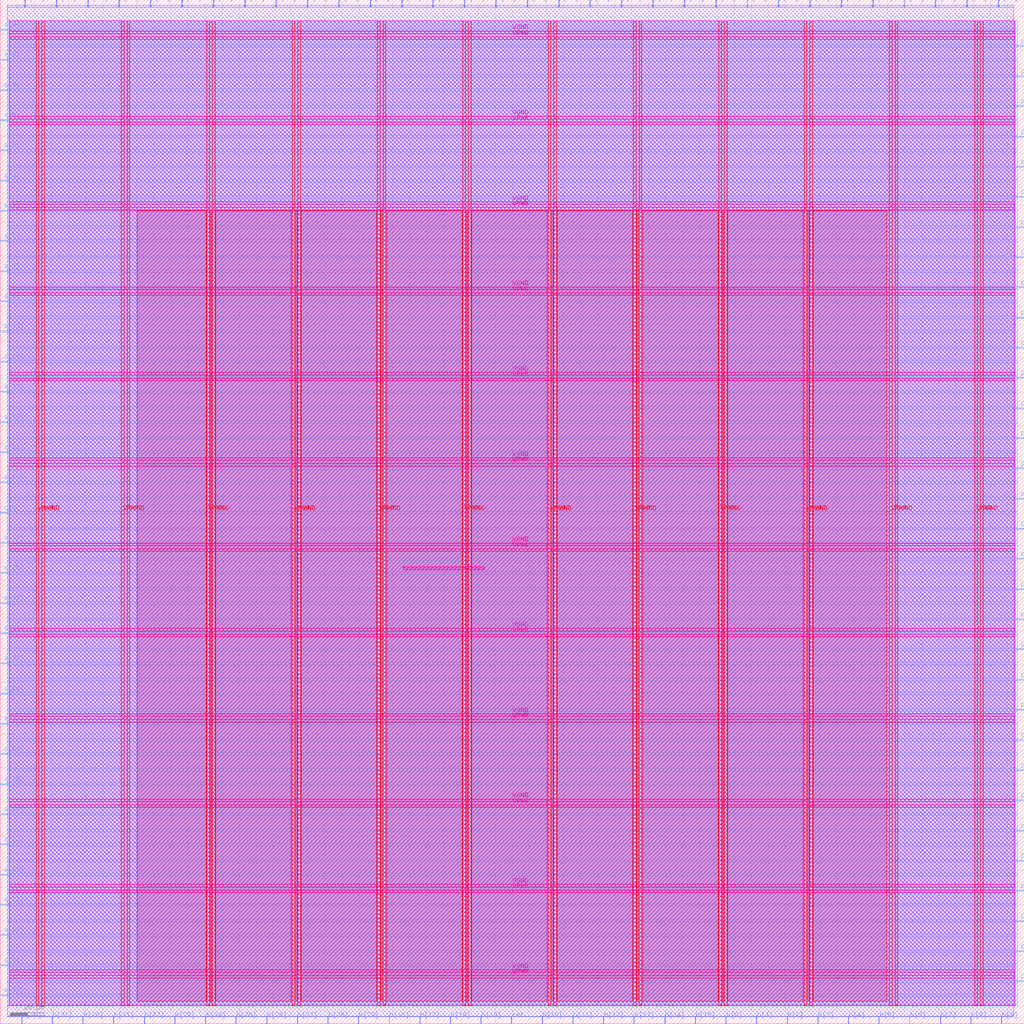
<source format=lef>
VERSION 5.7 ;
  NOWIREEXTENSIONATPIN ON ;
  DIVIDERCHAR "/" ;
  BUSBITCHARS "[]" ;
MACRO pipelined_mult
  CLASS BLOCK ;
  FOREIGN pipelined_mult ;
  ORIGIN 0.000 0.000 ;
  SIZE 600.000 BY 600.000 ;
  PIN VGND
    DIRECTION INOUT ;
    USE GROUND ;
    PORT
      LAYER met4 ;
        RECT 24.340 10.640 25.940 587.760 ;
    END
    PORT
      LAYER met4 ;
        RECT 74.340 10.640 75.940 587.760 ;
    END
    PORT
      LAYER met4 ;
        RECT 124.340 10.640 125.940 587.760 ;
    END
    PORT
      LAYER met4 ;
        RECT 174.340 10.640 175.940 587.760 ;
    END
    PORT
      LAYER met4 ;
        RECT 224.340 10.640 225.940 587.760 ;
    END
    PORT
      LAYER met4 ;
        RECT 274.340 10.640 275.940 587.760 ;
    END
    PORT
      LAYER met4 ;
        RECT 324.340 10.640 325.940 587.760 ;
    END
    PORT
      LAYER met4 ;
        RECT 374.340 10.640 375.940 587.760 ;
    END
    PORT
      LAYER met4 ;
        RECT 424.340 10.640 425.940 587.760 ;
    END
    PORT
      LAYER met4 ;
        RECT 474.340 10.640 475.940 587.760 ;
    END
    PORT
      LAYER met4 ;
        RECT 524.340 10.640 525.940 587.760 ;
    END
    PORT
      LAYER met4 ;
        RECT 574.340 10.640 575.940 587.760 ;
    END
    PORT
      LAYER met5 ;
        RECT 5.280 30.030 594.560 31.630 ;
    END
    PORT
      LAYER met5 ;
        RECT 5.280 80.030 594.560 81.630 ;
    END
    PORT
      LAYER met5 ;
        RECT 5.280 130.030 594.560 131.630 ;
    END
    PORT
      LAYER met5 ;
        RECT 5.280 180.030 594.560 181.630 ;
    END
    PORT
      LAYER met5 ;
        RECT 5.280 230.030 594.560 231.630 ;
    END
    PORT
      LAYER met5 ;
        RECT 5.280 280.030 594.560 281.630 ;
    END
    PORT
      LAYER met5 ;
        RECT 5.280 330.030 594.560 331.630 ;
    END
    PORT
      LAYER met5 ;
        RECT 5.280 380.030 594.560 381.630 ;
    END
    PORT
      LAYER met5 ;
        RECT 5.280 430.030 594.560 431.630 ;
    END
    PORT
      LAYER met5 ;
        RECT 5.280 480.030 594.560 481.630 ;
    END
    PORT
      LAYER met5 ;
        RECT 5.280 530.030 594.560 531.630 ;
    END
    PORT
      LAYER met5 ;
        RECT 5.280 580.030 594.560 581.630 ;
    END
  END VGND
  PIN VPWR
    DIRECTION INOUT ;
    USE POWER ;
    PORT
      LAYER met4 ;
        RECT 21.040 10.640 22.640 587.760 ;
    END
    PORT
      LAYER met4 ;
        RECT 71.040 10.640 72.640 587.760 ;
    END
    PORT
      LAYER met4 ;
        RECT 121.040 10.640 122.640 587.760 ;
    END
    PORT
      LAYER met4 ;
        RECT 171.040 10.640 172.640 587.760 ;
    END
    PORT
      LAYER met4 ;
        RECT 221.040 10.640 222.640 587.760 ;
    END
    PORT
      LAYER met4 ;
        RECT 271.040 10.640 272.640 587.760 ;
    END
    PORT
      LAYER met4 ;
        RECT 321.040 10.640 322.640 587.760 ;
    END
    PORT
      LAYER met4 ;
        RECT 371.040 10.640 372.640 587.760 ;
    END
    PORT
      LAYER met4 ;
        RECT 421.040 10.640 422.640 587.760 ;
    END
    PORT
      LAYER met4 ;
        RECT 471.040 10.640 472.640 587.760 ;
    END
    PORT
      LAYER met4 ;
        RECT 521.040 10.640 522.640 587.760 ;
    END
    PORT
      LAYER met4 ;
        RECT 571.040 10.640 572.640 587.760 ;
    END
    PORT
      LAYER met5 ;
        RECT 5.280 26.730 594.560 28.330 ;
    END
    PORT
      LAYER met5 ;
        RECT 5.280 76.730 594.560 78.330 ;
    END
    PORT
      LAYER met5 ;
        RECT 5.280 126.730 594.560 128.330 ;
    END
    PORT
      LAYER met5 ;
        RECT 5.280 176.730 594.560 178.330 ;
    END
    PORT
      LAYER met5 ;
        RECT 5.280 226.730 594.560 228.330 ;
    END
    PORT
      LAYER met5 ;
        RECT 5.280 276.730 594.560 278.330 ;
    END
    PORT
      LAYER met5 ;
        RECT 5.280 326.730 594.560 328.330 ;
    END
    PORT
      LAYER met5 ;
        RECT 5.280 376.730 594.560 378.330 ;
    END
    PORT
      LAYER met5 ;
        RECT 5.280 426.730 594.560 428.330 ;
    END
    PORT
      LAYER met5 ;
        RECT 5.280 476.730 594.560 478.330 ;
    END
    PORT
      LAYER met5 ;
        RECT 5.280 526.730 594.560 528.330 ;
    END
    PORT
      LAYER met5 ;
        RECT 5.280 576.730 594.560 578.330 ;
    END
  END VPWR
  PIN a[0]
    DIRECTION INPUT ;
    USE SIGNAL ;
    ANTENNAGATEAREA 0.196500 ;
    PORT
      LAYER met3 ;
        RECT 0.000 423.000 4.000 423.600 ;
    END
  END a[0]
  PIN a[10]
    DIRECTION INPUT ;
    USE SIGNAL ;
    ANTENNAGATEAREA 0.213000 ;
    PORT
      LAYER met3 ;
        RECT 0.000 316.920 4.000 317.520 ;
    END
  END a[10]
  PIN a[11]
    DIRECTION INPUT ;
    USE SIGNAL ;
    ANTENNAGATEAREA 0.213000 ;
    PORT
      LAYER met3 ;
        RECT 0.000 334.600 4.000 335.200 ;
    END
  END a[11]
  PIN a[12]
    DIRECTION INPUT ;
    USE SIGNAL ;
    ANTENNAGATEAREA 0.213000 ;
    PORT
      LAYER met3 ;
        RECT 0.000 352.280 4.000 352.880 ;
    END
  END a[12]
  PIN a[13]
    DIRECTION INPUT ;
    USE SIGNAL ;
    ANTENNAGATEAREA 0.213000 ;
    PORT
      LAYER met3 ;
        RECT 0.000 369.960 4.000 370.560 ;
    END
  END a[13]
  PIN a[14]
    DIRECTION INPUT ;
    USE SIGNAL ;
    ANTENNAGATEAREA 0.213000 ;
    PORT
      LAYER met3 ;
        RECT 0.000 387.640 4.000 388.240 ;
    END
  END a[14]
  PIN a[15]
    DIRECTION INPUT ;
    USE SIGNAL ;
    ANTENNAGATEAREA 0.213000 ;
    PORT
      LAYER met3 ;
        RECT 0.000 405.320 4.000 405.920 ;
    END
  END a[15]
  PIN a[16]
    DIRECTION INPUT ;
    USE SIGNAL ;
    ANTENNAGATEAREA 0.196500 ;
    PORT
      LAYER met3 ;
        RECT 0.000 228.520 4.000 229.120 ;
    END
  END a[16]
  PIN a[17]
    DIRECTION INPUT ;
    USE SIGNAL ;
    ANTENNAGATEAREA 0.196500 ;
    PORT
      LAYER met3 ;
        RECT 0.000 246.200 4.000 246.800 ;
    END
  END a[17]
  PIN a[18]
    DIRECTION INPUT ;
    USE SIGNAL ;
    ANTENNAGATEAREA 0.196500 ;
    PORT
      LAYER met3 ;
        RECT 0.000 263.880 4.000 264.480 ;
    END
  END a[18]
  PIN a[19]
    DIRECTION INPUT ;
    USE SIGNAL ;
    ANTENNAGATEAREA 0.196500 ;
    PORT
      LAYER met3 ;
        RECT 0.000 281.560 4.000 282.160 ;
    END
  END a[19]
  PIN a[1]
    DIRECTION INPUT ;
    USE SIGNAL ;
    ANTENNAGATEAREA 0.196500 ;
    PORT
      LAYER met3 ;
        RECT 0.000 440.680 4.000 441.280 ;
    END
  END a[1]
  PIN a[20]
    DIRECTION INPUT ;
    USE SIGNAL ;
    ANTENNAGATEAREA 0.126000 ;
    PORT
      LAYER met3 ;
        RECT 0.000 51.720 4.000 52.320 ;
    END
  END a[20]
  PIN a[21]
    DIRECTION INPUT ;
    USE SIGNAL ;
    ANTENNAGATEAREA 0.196500 ;
    PORT
      LAYER met3 ;
        RECT 0.000 69.400 4.000 70.000 ;
    END
  END a[21]
  PIN a[22]
    DIRECTION INPUT ;
    USE SIGNAL ;
    ANTENNAGATEAREA 0.196500 ;
    PORT
      LAYER met3 ;
        RECT 0.000 87.080 4.000 87.680 ;
    END
  END a[22]
  PIN a[23]
    DIRECTION INPUT ;
    USE SIGNAL ;
    ANTENNAGATEAREA 0.196500 ;
    PORT
      LAYER met3 ;
        RECT 0.000 104.760 4.000 105.360 ;
    END
  END a[23]
  PIN a[24]
    DIRECTION INPUT ;
    USE SIGNAL ;
    ANTENNAGATEAREA 0.196500 ;
    PORT
      LAYER met3 ;
        RECT 0.000 122.440 4.000 123.040 ;
    END
  END a[24]
  PIN a[25]
    DIRECTION INPUT ;
    USE SIGNAL ;
    ANTENNAGATEAREA 0.196500 ;
    PORT
      LAYER met3 ;
        RECT 0.000 140.120 4.000 140.720 ;
    END
  END a[25]
  PIN a[26]
    DIRECTION INPUT ;
    USE SIGNAL ;
    ANTENNAGATEAREA 0.196500 ;
    PORT
      LAYER met3 ;
        RECT 0.000 157.800 4.000 158.400 ;
    END
  END a[26]
  PIN a[27]
    DIRECTION INPUT ;
    USE SIGNAL ;
    ANTENNAGATEAREA 0.196500 ;
    PORT
      LAYER met3 ;
        RECT 0.000 175.480 4.000 176.080 ;
    END
  END a[27]
  PIN a[28]
    DIRECTION INPUT ;
    USE SIGNAL ;
    ANTENNAGATEAREA 0.196500 ;
    PORT
      LAYER met3 ;
        RECT 0.000 193.160 4.000 193.760 ;
    END
  END a[28]
  PIN a[29]
    DIRECTION INPUT ;
    USE SIGNAL ;
    ANTENNAGATEAREA 0.196500 ;
    PORT
      LAYER met3 ;
        RECT 0.000 210.840 4.000 211.440 ;
    END
  END a[29]
  PIN a[2]
    DIRECTION INPUT ;
    USE SIGNAL ;
    ANTENNAGATEAREA 0.159000 ;
    PORT
      LAYER met3 ;
        RECT 0.000 458.360 4.000 458.960 ;
    END
  END a[2]
  PIN a[30]
    DIRECTION INPUT ;
    USE SIGNAL ;
    ANTENNAGATEAREA 0.196500 ;
    PORT
      LAYER met3 ;
        RECT 0.000 16.360 4.000 16.960 ;
    END
  END a[30]
  PIN a[31]
    DIRECTION INPUT ;
    USE SIGNAL ;
    ANTENNAGATEAREA 0.196500 ;
    PORT
      LAYER met3 ;
        RECT 0.000 34.040 4.000 34.640 ;
    END
  END a[31]
  PIN a[3]
    DIRECTION INPUT ;
    USE SIGNAL ;
    ANTENNAGATEAREA 0.196500 ;
    PORT
      LAYER met3 ;
        RECT 0.000 476.040 4.000 476.640 ;
    END
  END a[3]
  PIN a[4]
    DIRECTION INPUT ;
    USE SIGNAL ;
    ANTENNAGATEAREA 0.196500 ;
    PORT
      LAYER met3 ;
        RECT 0.000 493.720 4.000 494.320 ;
    END
  END a[4]
  PIN a[5]
    DIRECTION INPUT ;
    USE SIGNAL ;
    ANTENNAGATEAREA 0.159000 ;
    PORT
      LAYER met3 ;
        RECT 0.000 511.400 4.000 512.000 ;
    END
  END a[5]
  PIN a[6]
    DIRECTION INPUT ;
    USE SIGNAL ;
    ANTENNAGATEAREA 0.159000 ;
    PORT
      LAYER met3 ;
        RECT 0.000 529.080 4.000 529.680 ;
    END
  END a[6]
  PIN a[7]
    DIRECTION INPUT ;
    USE SIGNAL ;
    ANTENNAGATEAREA 0.159000 ;
    PORT
      LAYER met3 ;
        RECT 0.000 546.760 4.000 547.360 ;
    END
  END a[7]
  PIN a[8]
    DIRECTION INPUT ;
    USE SIGNAL ;
    ANTENNAGATEAREA 0.159000 ;
    PORT
      LAYER met3 ;
        RECT 0.000 564.440 4.000 565.040 ;
    END
  END a[8]
  PIN a[9]
    DIRECTION INPUT ;
    USE SIGNAL ;
    ANTENNAGATEAREA 0.213000 ;
    PORT
      LAYER met3 ;
        RECT 0.000 582.120 4.000 582.720 ;
    END
  END a[9]
  PIN b[0]
    DIRECTION INPUT ;
    USE SIGNAL ;
    ANTENNAGATEAREA 0.126000 ;
    PORT
      LAYER met2 ;
        RECT 425.130 0.000 425.410 4.000 ;
    END
  END b[0]
  PIN b[10]
    DIRECTION INPUT ;
    USE SIGNAL ;
    ANTENNAGATEAREA 0.196500 ;
    PORT
      LAYER met2 ;
        RECT 317.490 0.000 317.770 4.000 ;
    END
  END b[10]
  PIN b[11]
    DIRECTION INPUT ;
    USE SIGNAL ;
    ANTENNAGATEAREA 0.196500 ;
    PORT
      LAYER met2 ;
        RECT 335.430 0.000 335.710 4.000 ;
    END
  END b[11]
  PIN b[12]
    DIRECTION INPUT ;
    USE SIGNAL ;
    ANTENNAGATEAREA 0.196500 ;
    PORT
      LAYER met2 ;
        RECT 353.370 0.000 353.650 4.000 ;
    END
  END b[12]
  PIN b[13]
    DIRECTION INPUT ;
    USE SIGNAL ;
    ANTENNAGATEAREA 0.196500 ;
    PORT
      LAYER met2 ;
        RECT 371.310 0.000 371.590 4.000 ;
    END
  END b[13]
  PIN b[14]
    DIRECTION INPUT ;
    USE SIGNAL ;
    ANTENNAGATEAREA 0.196500 ;
    PORT
      LAYER met2 ;
        RECT 389.250 0.000 389.530 4.000 ;
    END
  END b[14]
  PIN b[15]
    DIRECTION INPUT ;
    USE SIGNAL ;
    ANTENNAGATEAREA 0.196500 ;
    PORT
      LAYER met2 ;
        RECT 407.190 0.000 407.470 4.000 ;
    END
  END b[15]
  PIN b[16]
    DIRECTION INPUT ;
    USE SIGNAL ;
    ANTENNAGATEAREA 0.196500 ;
    PORT
      LAYER met2 ;
        RECT 227.790 0.000 228.070 4.000 ;
    END
  END b[16]
  PIN b[17]
    DIRECTION INPUT ;
    USE SIGNAL ;
    ANTENNAGATEAREA 0.196500 ;
    PORT
      LAYER met2 ;
        RECT 245.730 0.000 246.010 4.000 ;
    END
  END b[17]
  PIN b[18]
    DIRECTION INPUT ;
    USE SIGNAL ;
    ANTENNAGATEAREA 0.213000 ;
    PORT
      LAYER met2 ;
        RECT 263.670 0.000 263.950 4.000 ;
    END
  END b[18]
  PIN b[19]
    DIRECTION INPUT ;
    USE SIGNAL ;
    ANTENNAGATEAREA 0.213000 ;
    PORT
      LAYER met2 ;
        RECT 281.610 0.000 281.890 4.000 ;
    END
  END b[19]
  PIN b[1]
    DIRECTION INPUT ;
    USE SIGNAL ;
    ANTENNAGATEAREA 0.196500 ;
    PORT
      LAYER met2 ;
        RECT 443.070 0.000 443.350 4.000 ;
    END
  END b[1]
  PIN b[20]
    DIRECTION INPUT ;
    USE SIGNAL ;
    ANTENNAGATEAREA 0.159000 ;
    PORT
      LAYER met2 ;
        RECT 48.390 0.000 48.670 4.000 ;
    END
  END b[20]
  PIN b[21]
    DIRECTION INPUT ;
    USE SIGNAL ;
    ANTENNAGATEAREA 0.213000 ;
    PORT
      LAYER met2 ;
        RECT 66.330 0.000 66.610 4.000 ;
    END
  END b[21]
  PIN b[22]
    DIRECTION INPUT ;
    USE SIGNAL ;
    ANTENNAGATEAREA 0.213000 ;
    PORT
      LAYER met2 ;
        RECT 84.270 0.000 84.550 4.000 ;
    END
  END b[22]
  PIN b[23]
    DIRECTION INPUT ;
    USE SIGNAL ;
    ANTENNAGATEAREA 0.213000 ;
    PORT
      LAYER met2 ;
        RECT 102.210 0.000 102.490 4.000 ;
    END
  END b[23]
  PIN b[24]
    DIRECTION INPUT ;
    USE SIGNAL ;
    ANTENNAGATEAREA 0.213000 ;
    PORT
      LAYER met2 ;
        RECT 120.150 0.000 120.430 4.000 ;
    END
  END b[24]
  PIN b[25]
    DIRECTION INPUT ;
    USE SIGNAL ;
    ANTENNAGATEAREA 0.213000 ;
    PORT
      LAYER met2 ;
        RECT 138.090 0.000 138.370 4.000 ;
    END
  END b[25]
  PIN b[26]
    DIRECTION INPUT ;
    USE SIGNAL ;
    ANTENNAGATEAREA 0.213000 ;
    PORT
      LAYER met2 ;
        RECT 156.030 0.000 156.310 4.000 ;
    END
  END b[26]
  PIN b[27]
    DIRECTION INPUT ;
    USE SIGNAL ;
    ANTENNAGATEAREA 0.213000 ;
    PORT
      LAYER met2 ;
        RECT 173.970 0.000 174.250 4.000 ;
    END
  END b[27]
  PIN b[28]
    DIRECTION INPUT ;
    USE SIGNAL ;
    ANTENNAGATEAREA 0.213000 ;
    PORT
      LAYER met2 ;
        RECT 191.910 0.000 192.190 4.000 ;
    END
  END b[28]
  PIN b[29]
    DIRECTION INPUT ;
    USE SIGNAL ;
    ANTENNAGATEAREA 0.213000 ;
    PORT
      LAYER met2 ;
        RECT 209.850 0.000 210.130 4.000 ;
    END
  END b[29]
  PIN b[2]
    DIRECTION INPUT ;
    USE SIGNAL ;
    ANTENNAGATEAREA 0.196500 ;
    PORT
      LAYER met2 ;
        RECT 461.010 0.000 461.290 4.000 ;
    END
  END b[2]
  PIN b[30]
    DIRECTION INPUT ;
    USE SIGNAL ;
    ANTENNAGATEAREA 0.213000 ;
    PORT
      LAYER met2 ;
        RECT 12.510 0.000 12.790 4.000 ;
    END
  END b[30]
  PIN b[31]
    DIRECTION INPUT ;
    USE SIGNAL ;
    ANTENNAGATEAREA 0.126000 ;
    PORT
      LAYER met2 ;
        RECT 30.450 0.000 30.730 4.000 ;
    END
  END b[31]
  PIN b[3]
    DIRECTION INPUT ;
    USE SIGNAL ;
    ANTENNAGATEAREA 0.196500 ;
    PORT
      LAYER met2 ;
        RECT 478.950 0.000 479.230 4.000 ;
    END
  END b[3]
  PIN b[4]
    DIRECTION INPUT ;
    USE SIGNAL ;
    ANTENNAGATEAREA 0.196500 ;
    PORT
      LAYER met2 ;
        RECT 496.890 0.000 497.170 4.000 ;
    END
  END b[4]
  PIN b[5]
    DIRECTION INPUT ;
    USE SIGNAL ;
    ANTENNAGATEAREA 0.196500 ;
    PORT
      LAYER met2 ;
        RECT 514.830 0.000 515.110 4.000 ;
    END
  END b[5]
  PIN b[6]
    DIRECTION INPUT ;
    USE SIGNAL ;
    ANTENNAGATEAREA 0.196500 ;
    PORT
      LAYER met2 ;
        RECT 532.770 0.000 533.050 4.000 ;
    END
  END b[6]
  PIN b[7]
    DIRECTION INPUT ;
    USE SIGNAL ;
    ANTENNAGATEAREA 0.196500 ;
    PORT
      LAYER met2 ;
        RECT 550.710 0.000 550.990 4.000 ;
    END
  END b[7]
  PIN b[8]
    DIRECTION INPUT ;
    USE SIGNAL ;
    ANTENNAGATEAREA 0.196500 ;
    PORT
      LAYER met2 ;
        RECT 568.650 0.000 568.930 4.000 ;
    END
  END b[8]
  PIN b[9]
    DIRECTION INPUT ;
    USE SIGNAL ;
    ANTENNAGATEAREA 0.126000 ;
    PORT
      LAYER met2 ;
        RECT 586.590 0.000 586.870 4.000 ;
    END
  END b[9]
  PIN clk
    DIRECTION INPUT ;
    USE SIGNAL ;
    ANTENNAGATEAREA 1.286700 ;
    ANTENNADIFFAREA 0.434700 ;
    PORT
      LAYER met3 ;
        RECT 0.000 299.240 4.000 299.840 ;
    END
  END clk
  PIN p[0]
    DIRECTION OUTPUT ;
    USE SIGNAL ;
    ANTENNADIFFAREA 0.445500 ;
    PORT
      LAYER met3 ;
        RECT 596.000 413.480 600.000 414.080 ;
    END
  END p[0]
  PIN p[10]
    DIRECTION OUTPUT ;
    USE SIGNAL ;
    ANTENNADIFFAREA 0.445500 ;
    PORT
      LAYER met3 ;
        RECT 596.000 236.680 600.000 237.280 ;
    END
  END p[10]
  PIN p[11]
    DIRECTION OUTPUT ;
    USE SIGNAL ;
    ANTENNADIFFAREA 0.445500 ;
    PORT
      LAYER met3 ;
        RECT 596.000 254.360 600.000 254.960 ;
    END
  END p[11]
  PIN p[12]
    DIRECTION OUTPUT ;
    USE SIGNAL ;
    ANTENNADIFFAREA 0.445500 ;
    PORT
      LAYER met3 ;
        RECT 596.000 272.040 600.000 272.640 ;
    END
  END p[12]
  PIN p[13]
    DIRECTION OUTPUT ;
    USE SIGNAL ;
    ANTENNADIFFAREA 0.445500 ;
    PORT
      LAYER met3 ;
        RECT 596.000 289.720 600.000 290.320 ;
    END
  END p[13]
  PIN p[14]
    DIRECTION OUTPUT ;
    USE SIGNAL ;
    ANTENNADIFFAREA 0.445500 ;
    PORT
      LAYER met3 ;
        RECT 596.000 307.400 600.000 308.000 ;
    END
  END p[14]
  PIN p[15]
    DIRECTION OUTPUT ;
    USE SIGNAL ;
    ANTENNADIFFAREA 0.445500 ;
    PORT
      LAYER met3 ;
        RECT 596.000 325.080 600.000 325.680 ;
    END
  END p[15]
  PIN p[16]
    DIRECTION OUTPUT ;
    USE SIGNAL ;
    ANTENNADIFFAREA 0.445500 ;
    PORT
      LAYER met3 ;
        RECT 596.000 342.760 600.000 343.360 ;
    END
  END p[16]
  PIN p[17]
    DIRECTION OUTPUT ;
    USE SIGNAL ;
    ANTENNADIFFAREA 0.445500 ;
    PORT
      LAYER met3 ;
        RECT 596.000 360.440 600.000 361.040 ;
    END
  END p[17]
  PIN p[18]
    DIRECTION OUTPUT ;
    USE SIGNAL ;
    ANTENNADIFFAREA 0.445500 ;
    PORT
      LAYER met3 ;
        RECT 596.000 378.120 600.000 378.720 ;
    END
  END p[18]
  PIN p[19]
    DIRECTION OUTPUT ;
    USE SIGNAL ;
    ANTENNADIFFAREA 0.445500 ;
    PORT
      LAYER met3 ;
        RECT 596.000 395.800 600.000 396.400 ;
    END
  END p[19]
  PIN p[1]
    DIRECTION OUTPUT ;
    USE SIGNAL ;
    ANTENNADIFFAREA 0.445500 ;
    PORT
      LAYER met3 ;
        RECT 596.000 431.160 600.000 431.760 ;
    END
  END p[1]
  PIN p[20]
    DIRECTION OUTPUT ;
    USE SIGNAL ;
    ANTENNADIFFAREA 0.445500 ;
    PORT
      LAYER met3 ;
        RECT 596.000 59.880 600.000 60.480 ;
    END
  END p[20]
  PIN p[21]
    DIRECTION OUTPUT ;
    USE SIGNAL ;
    ANTENNADIFFAREA 0.445500 ;
    PORT
      LAYER met3 ;
        RECT 596.000 77.560 600.000 78.160 ;
    END
  END p[21]
  PIN p[22]
    DIRECTION OUTPUT ;
    USE SIGNAL ;
    ANTENNADIFFAREA 0.445500 ;
    PORT
      LAYER met3 ;
        RECT 596.000 95.240 600.000 95.840 ;
    END
  END p[22]
  PIN p[23]
    DIRECTION OUTPUT ;
    USE SIGNAL ;
    ANTENNADIFFAREA 0.445500 ;
    PORT
      LAYER met3 ;
        RECT 596.000 112.920 600.000 113.520 ;
    END
  END p[23]
  PIN p[24]
    DIRECTION OUTPUT ;
    USE SIGNAL ;
    ANTENNADIFFAREA 0.445500 ;
    PORT
      LAYER met3 ;
        RECT 596.000 130.600 600.000 131.200 ;
    END
  END p[24]
  PIN p[25]
    DIRECTION OUTPUT ;
    USE SIGNAL ;
    ANTENNADIFFAREA 0.445500 ;
    PORT
      LAYER met3 ;
        RECT 596.000 148.280 600.000 148.880 ;
    END
  END p[25]
  PIN p[26]
    DIRECTION OUTPUT ;
    USE SIGNAL ;
    ANTENNADIFFAREA 0.445500 ;
    PORT
      LAYER met3 ;
        RECT 596.000 165.960 600.000 166.560 ;
    END
  END p[26]
  PIN p[27]
    DIRECTION OUTPUT ;
    USE SIGNAL ;
    ANTENNADIFFAREA 0.445500 ;
    PORT
      LAYER met3 ;
        RECT 596.000 183.640 600.000 184.240 ;
    END
  END p[27]
  PIN p[28]
    DIRECTION OUTPUT ;
    USE SIGNAL ;
    ANTENNADIFFAREA 0.445500 ;
    PORT
      LAYER met3 ;
        RECT 596.000 201.320 600.000 201.920 ;
    END
  END p[28]
  PIN p[29]
    DIRECTION OUTPUT ;
    USE SIGNAL ;
    ANTENNADIFFAREA 0.445500 ;
    PORT
      LAYER met3 ;
        RECT 596.000 219.000 600.000 219.600 ;
    END
  END p[29]
  PIN p[2]
    DIRECTION OUTPUT ;
    USE SIGNAL ;
    ANTENNADIFFAREA 0.445500 ;
    PORT
      LAYER met3 ;
        RECT 596.000 448.840 600.000 449.440 ;
    END
  END p[2]
  PIN p[30]
    DIRECTION OUTPUT ;
    USE SIGNAL ;
    ANTENNADIFFAREA 0.445500 ;
    PORT
      LAYER met3 ;
        RECT 596.000 24.520 600.000 25.120 ;
    END
  END p[30]
  PIN p[31]
    DIRECTION OUTPUT ;
    USE SIGNAL ;
    ANTENNADIFFAREA 0.445500 ;
    PORT
      LAYER met3 ;
        RECT 596.000 42.200 600.000 42.800 ;
    END
  END p[31]
  PIN p[32]
    DIRECTION OUTPUT ;
    USE SIGNAL ;
    ANTENNADIFFAREA 0.445500 ;
    PORT
      LAYER met2 ;
        RECT 455.950 596.000 456.230 600.000 ;
    END
  END p[32]
  PIN p[33]
    DIRECTION OUTPUT ;
    USE SIGNAL ;
    ANTENNADIFFAREA 0.445500 ;
    PORT
      LAYER met2 ;
        RECT 474.350 596.000 474.630 600.000 ;
    END
  END p[33]
  PIN p[34]
    DIRECTION OUTPUT ;
    USE SIGNAL ;
    ANTENNADIFFAREA 0.445500 ;
    PORT
      LAYER met2 ;
        RECT 492.750 596.000 493.030 600.000 ;
    END
  END p[34]
  PIN p[35]
    DIRECTION OUTPUT ;
    USE SIGNAL ;
    ANTENNADIFFAREA 0.445500 ;
    PORT
      LAYER met2 ;
        RECT 511.150 596.000 511.430 600.000 ;
    END
  END p[35]
  PIN p[36]
    DIRECTION OUTPUT ;
    USE SIGNAL ;
    ANTENNADIFFAREA 0.445500 ;
    PORT
      LAYER met2 ;
        RECT 529.550 596.000 529.830 600.000 ;
    END
  END p[36]
  PIN p[37]
    DIRECTION OUTPUT ;
    USE SIGNAL ;
    ANTENNADIFFAREA 0.445500 ;
    PORT
      LAYER met2 ;
        RECT 547.950 596.000 548.230 600.000 ;
    END
  END p[37]
  PIN p[38]
    DIRECTION OUTPUT ;
    USE SIGNAL ;
    ANTENNADIFFAREA 0.445500 ;
    PORT
      LAYER met2 ;
        RECT 566.350 596.000 566.630 600.000 ;
    END
  END p[38]
  PIN p[39]
    DIRECTION OUTPUT ;
    USE SIGNAL ;
    ANTENNADIFFAREA 0.445500 ;
    PORT
      LAYER met2 ;
        RECT 584.750 596.000 585.030 600.000 ;
    END
  END p[39]
  PIN p[3]
    DIRECTION OUTPUT ;
    USE SIGNAL ;
    ANTENNADIFFAREA 0.445500 ;
    PORT
      LAYER met3 ;
        RECT 596.000 466.520 600.000 467.120 ;
    END
  END p[3]
  PIN p[40]
    DIRECTION OUTPUT ;
    USE SIGNAL ;
    ANTENNADIFFAREA 0.445500 ;
    PORT
      LAYER met2 ;
        RECT 271.950 596.000 272.230 600.000 ;
    END
  END p[40]
  PIN p[41]
    DIRECTION OUTPUT ;
    USE SIGNAL ;
    ANTENNADIFFAREA 0.445500 ;
    PORT
      LAYER met2 ;
        RECT 290.350 596.000 290.630 600.000 ;
    END
  END p[41]
  PIN p[42]
    DIRECTION OUTPUT ;
    USE SIGNAL ;
    ANTENNADIFFAREA 0.445500 ;
    PORT
      LAYER met2 ;
        RECT 308.750 596.000 309.030 600.000 ;
    END
  END p[42]
  PIN p[43]
    DIRECTION OUTPUT ;
    USE SIGNAL ;
    ANTENNADIFFAREA 0.445500 ;
    PORT
      LAYER met2 ;
        RECT 327.150 596.000 327.430 600.000 ;
    END
  END p[43]
  PIN p[44]
    DIRECTION OUTPUT ;
    USE SIGNAL ;
    ANTENNADIFFAREA 0.445500 ;
    PORT
      LAYER met2 ;
        RECT 345.550 596.000 345.830 600.000 ;
    END
  END p[44]
  PIN p[45]
    DIRECTION OUTPUT ;
    USE SIGNAL ;
    ANTENNADIFFAREA 0.445500 ;
    PORT
      LAYER met2 ;
        RECT 363.950 596.000 364.230 600.000 ;
    END
  END p[45]
  PIN p[46]
    DIRECTION OUTPUT ;
    USE SIGNAL ;
    ANTENNADIFFAREA 0.445500 ;
    PORT
      LAYER met2 ;
        RECT 382.350 596.000 382.630 600.000 ;
    END
  END p[46]
  PIN p[47]
    DIRECTION OUTPUT ;
    USE SIGNAL ;
    ANTENNADIFFAREA 0.445500 ;
    PORT
      LAYER met2 ;
        RECT 400.750 596.000 401.030 600.000 ;
    END
  END p[47]
  PIN p[48]
    DIRECTION OUTPUT ;
    USE SIGNAL ;
    ANTENNADIFFAREA 0.445500 ;
    PORT
      LAYER met2 ;
        RECT 419.150 596.000 419.430 600.000 ;
    END
  END p[48]
  PIN p[49]
    DIRECTION OUTPUT ;
    USE SIGNAL ;
    ANTENNADIFFAREA 0.445500 ;
    PORT
      LAYER met2 ;
        RECT 437.550 596.000 437.830 600.000 ;
    END
  END p[49]
  PIN p[4]
    DIRECTION OUTPUT ;
    USE SIGNAL ;
    ANTENNADIFFAREA 0.445500 ;
    PORT
      LAYER met3 ;
        RECT 596.000 484.200 600.000 484.800 ;
    END
  END p[4]
  PIN p[50]
    DIRECTION OUTPUT ;
    USE SIGNAL ;
    ANTENNADIFFAREA 0.445500 ;
    PORT
      LAYER met2 ;
        RECT 87.950 596.000 88.230 600.000 ;
    END
  END p[50]
  PIN p[51]
    DIRECTION OUTPUT ;
    USE SIGNAL ;
    ANTENNADIFFAREA 0.445500 ;
    PORT
      LAYER met2 ;
        RECT 106.350 596.000 106.630 600.000 ;
    END
  END p[51]
  PIN p[52]
    DIRECTION OUTPUT ;
    USE SIGNAL ;
    ANTENNADIFFAREA 0.445500 ;
    PORT
      LAYER met2 ;
        RECT 124.750 596.000 125.030 600.000 ;
    END
  END p[52]
  PIN p[53]
    DIRECTION OUTPUT ;
    USE SIGNAL ;
    ANTENNADIFFAREA 0.445500 ;
    PORT
      LAYER met2 ;
        RECT 143.150 596.000 143.430 600.000 ;
    END
  END p[53]
  PIN p[54]
    DIRECTION OUTPUT ;
    USE SIGNAL ;
    ANTENNADIFFAREA 0.445500 ;
    PORT
      LAYER met2 ;
        RECT 161.550 596.000 161.830 600.000 ;
    END
  END p[54]
  PIN p[55]
    DIRECTION OUTPUT ;
    USE SIGNAL ;
    ANTENNADIFFAREA 0.445500 ;
    PORT
      LAYER met2 ;
        RECT 179.950 596.000 180.230 600.000 ;
    END
  END p[55]
  PIN p[56]
    DIRECTION OUTPUT ;
    USE SIGNAL ;
    ANTENNADIFFAREA 0.445500 ;
    PORT
      LAYER met2 ;
        RECT 198.350 596.000 198.630 600.000 ;
    END
  END p[56]
  PIN p[57]
    DIRECTION OUTPUT ;
    USE SIGNAL ;
    ANTENNADIFFAREA 0.445500 ;
    PORT
      LAYER met2 ;
        RECT 216.750 596.000 217.030 600.000 ;
    END
  END p[57]
  PIN p[58]
    DIRECTION OUTPUT ;
    USE SIGNAL ;
    ANTENNADIFFAREA 0.445500 ;
    PORT
      LAYER met2 ;
        RECT 235.150 596.000 235.430 600.000 ;
    END
  END p[58]
  PIN p[59]
    DIRECTION OUTPUT ;
    USE SIGNAL ;
    ANTENNADIFFAREA 0.445500 ;
    PORT
      LAYER met2 ;
        RECT 253.550 596.000 253.830 600.000 ;
    END
  END p[59]
  PIN p[5]
    DIRECTION OUTPUT ;
    USE SIGNAL ;
    ANTENNADIFFAREA 0.445500 ;
    PORT
      LAYER met3 ;
        RECT 596.000 501.880 600.000 502.480 ;
    END
  END p[5]
  PIN p[60]
    DIRECTION OUTPUT ;
    USE SIGNAL ;
    ANTENNADIFFAREA 0.445500 ;
    PORT
      LAYER met2 ;
        RECT 14.350 596.000 14.630 600.000 ;
    END
  END p[60]
  PIN p[61]
    DIRECTION OUTPUT ;
    USE SIGNAL ;
    ANTENNADIFFAREA 0.445500 ;
    PORT
      LAYER met2 ;
        RECT 32.750 596.000 33.030 600.000 ;
    END
  END p[61]
  PIN p[62]
    DIRECTION OUTPUT ;
    USE SIGNAL ;
    ANTENNADIFFAREA 0.445500 ;
    PORT
      LAYER met2 ;
        RECT 51.150 596.000 51.430 600.000 ;
    END
  END p[62]
  PIN p[63]
    DIRECTION OUTPUT ;
    USE SIGNAL ;
    ANTENNADIFFAREA 0.445500 ;
    PORT
      LAYER met2 ;
        RECT 69.550 596.000 69.830 600.000 ;
    END
  END p[63]
  PIN p[6]
    DIRECTION OUTPUT ;
    USE SIGNAL ;
    ANTENNADIFFAREA 0.445500 ;
    PORT
      LAYER met3 ;
        RECT 596.000 519.560 600.000 520.160 ;
    END
  END p[6]
  PIN p[7]
    DIRECTION OUTPUT ;
    USE SIGNAL ;
    ANTENNADIFFAREA 0.445500 ;
    PORT
      LAYER met3 ;
        RECT 596.000 537.240 600.000 537.840 ;
    END
  END p[7]
  PIN p[8]
    DIRECTION OUTPUT ;
    USE SIGNAL ;
    ANTENNADIFFAREA 0.445500 ;
    PORT
      LAYER met3 ;
        RECT 596.000 554.920 600.000 555.520 ;
    END
  END p[8]
  PIN p[9]
    DIRECTION OUTPUT ;
    USE SIGNAL ;
    ANTENNADIFFAREA 0.445500 ;
    PORT
      LAYER met3 ;
        RECT 596.000 572.600 600.000 573.200 ;
    END
  END p[9]
  PIN rst
    DIRECTION INPUT ;
    USE SIGNAL ;
    ANTENNAGATEAREA 0.990000 ;
    PORT
      LAYER met2 ;
        RECT 299.550 0.000 299.830 4.000 ;
    END
  END rst
  OBS
      LAYER nwell ;
        RECT 5.330 10.795 594.510 587.605 ;
      LAYER li1 ;
        RECT 5.520 10.795 594.320 587.605 ;
      LAYER met1 ;
        RECT 4.210 10.640 594.620 587.760 ;
      LAYER met2 ;
        RECT 4.230 595.720 14.070 596.770 ;
        RECT 14.910 595.720 32.470 596.770 ;
        RECT 33.310 595.720 50.870 596.770 ;
        RECT 51.710 595.720 69.270 596.770 ;
        RECT 70.110 595.720 87.670 596.770 ;
        RECT 88.510 595.720 106.070 596.770 ;
        RECT 106.910 595.720 124.470 596.770 ;
        RECT 125.310 595.720 142.870 596.770 ;
        RECT 143.710 595.720 161.270 596.770 ;
        RECT 162.110 595.720 179.670 596.770 ;
        RECT 180.510 595.720 198.070 596.770 ;
        RECT 198.910 595.720 216.470 596.770 ;
        RECT 217.310 595.720 234.870 596.770 ;
        RECT 235.710 595.720 253.270 596.770 ;
        RECT 254.110 595.720 271.670 596.770 ;
        RECT 272.510 595.720 290.070 596.770 ;
        RECT 290.910 595.720 308.470 596.770 ;
        RECT 309.310 595.720 326.870 596.770 ;
        RECT 327.710 595.720 345.270 596.770 ;
        RECT 346.110 595.720 363.670 596.770 ;
        RECT 364.510 595.720 382.070 596.770 ;
        RECT 382.910 595.720 400.470 596.770 ;
        RECT 401.310 595.720 418.870 596.770 ;
        RECT 419.710 595.720 437.270 596.770 ;
        RECT 438.110 595.720 455.670 596.770 ;
        RECT 456.510 595.720 474.070 596.770 ;
        RECT 474.910 595.720 492.470 596.770 ;
        RECT 493.310 595.720 510.870 596.770 ;
        RECT 511.710 595.720 529.270 596.770 ;
        RECT 530.110 595.720 547.670 596.770 ;
        RECT 548.510 595.720 566.070 596.770 ;
        RECT 566.910 595.720 584.470 596.770 ;
        RECT 585.310 595.720 593.760 596.770 ;
        RECT 4.230 4.280 593.760 595.720 ;
        RECT 4.230 4.000 12.230 4.280 ;
        RECT 13.070 4.000 30.170 4.280 ;
        RECT 31.010 4.000 48.110 4.280 ;
        RECT 48.950 4.000 66.050 4.280 ;
        RECT 66.890 4.000 83.990 4.280 ;
        RECT 84.830 4.000 101.930 4.280 ;
        RECT 102.770 4.000 119.870 4.280 ;
        RECT 120.710 4.000 137.810 4.280 ;
        RECT 138.650 4.000 155.750 4.280 ;
        RECT 156.590 4.000 173.690 4.280 ;
        RECT 174.530 4.000 191.630 4.280 ;
        RECT 192.470 4.000 209.570 4.280 ;
        RECT 210.410 4.000 227.510 4.280 ;
        RECT 228.350 4.000 245.450 4.280 ;
        RECT 246.290 4.000 263.390 4.280 ;
        RECT 264.230 4.000 281.330 4.280 ;
        RECT 282.170 4.000 299.270 4.280 ;
        RECT 300.110 4.000 317.210 4.280 ;
        RECT 318.050 4.000 335.150 4.280 ;
        RECT 335.990 4.000 353.090 4.280 ;
        RECT 353.930 4.000 371.030 4.280 ;
        RECT 371.870 4.000 388.970 4.280 ;
        RECT 389.810 4.000 406.910 4.280 ;
        RECT 407.750 4.000 424.850 4.280 ;
        RECT 425.690 4.000 442.790 4.280 ;
        RECT 443.630 4.000 460.730 4.280 ;
        RECT 461.570 4.000 478.670 4.280 ;
        RECT 479.510 4.000 496.610 4.280 ;
        RECT 497.450 4.000 514.550 4.280 ;
        RECT 515.390 4.000 532.490 4.280 ;
        RECT 533.330 4.000 550.430 4.280 ;
        RECT 551.270 4.000 568.370 4.280 ;
        RECT 569.210 4.000 586.310 4.280 ;
        RECT 587.150 4.000 593.760 4.280 ;
      LAYER met3 ;
        RECT 3.990 583.120 596.000 587.685 ;
        RECT 4.400 581.720 596.000 583.120 ;
        RECT 3.990 573.600 596.000 581.720 ;
        RECT 3.990 572.200 595.600 573.600 ;
        RECT 3.990 565.440 596.000 572.200 ;
        RECT 4.400 564.040 596.000 565.440 ;
        RECT 3.990 555.920 596.000 564.040 ;
        RECT 3.990 554.520 595.600 555.920 ;
        RECT 3.990 547.760 596.000 554.520 ;
        RECT 4.400 546.360 596.000 547.760 ;
        RECT 3.990 538.240 596.000 546.360 ;
        RECT 3.990 536.840 595.600 538.240 ;
        RECT 3.990 530.080 596.000 536.840 ;
        RECT 4.400 528.680 596.000 530.080 ;
        RECT 3.990 520.560 596.000 528.680 ;
        RECT 3.990 519.160 595.600 520.560 ;
        RECT 3.990 512.400 596.000 519.160 ;
        RECT 4.400 511.000 596.000 512.400 ;
        RECT 3.990 502.880 596.000 511.000 ;
        RECT 3.990 501.480 595.600 502.880 ;
        RECT 3.990 494.720 596.000 501.480 ;
        RECT 4.400 493.320 596.000 494.720 ;
        RECT 3.990 485.200 596.000 493.320 ;
        RECT 3.990 483.800 595.600 485.200 ;
        RECT 3.990 477.040 596.000 483.800 ;
        RECT 4.400 475.640 596.000 477.040 ;
        RECT 3.990 467.520 596.000 475.640 ;
        RECT 3.990 466.120 595.600 467.520 ;
        RECT 3.990 459.360 596.000 466.120 ;
        RECT 4.400 457.960 596.000 459.360 ;
        RECT 3.990 449.840 596.000 457.960 ;
        RECT 3.990 448.440 595.600 449.840 ;
        RECT 3.990 441.680 596.000 448.440 ;
        RECT 4.400 440.280 596.000 441.680 ;
        RECT 3.990 432.160 596.000 440.280 ;
        RECT 3.990 430.760 595.600 432.160 ;
        RECT 3.990 424.000 596.000 430.760 ;
        RECT 4.400 422.600 596.000 424.000 ;
        RECT 3.990 414.480 596.000 422.600 ;
        RECT 3.990 413.080 595.600 414.480 ;
        RECT 3.990 406.320 596.000 413.080 ;
        RECT 4.400 404.920 596.000 406.320 ;
        RECT 3.990 396.800 596.000 404.920 ;
        RECT 3.990 395.400 595.600 396.800 ;
        RECT 3.990 388.640 596.000 395.400 ;
        RECT 4.400 387.240 596.000 388.640 ;
        RECT 3.990 379.120 596.000 387.240 ;
        RECT 3.990 377.720 595.600 379.120 ;
        RECT 3.990 370.960 596.000 377.720 ;
        RECT 4.400 369.560 596.000 370.960 ;
        RECT 3.990 361.440 596.000 369.560 ;
        RECT 3.990 360.040 595.600 361.440 ;
        RECT 3.990 353.280 596.000 360.040 ;
        RECT 4.400 351.880 596.000 353.280 ;
        RECT 3.990 343.760 596.000 351.880 ;
        RECT 3.990 342.360 595.600 343.760 ;
        RECT 3.990 335.600 596.000 342.360 ;
        RECT 4.400 334.200 596.000 335.600 ;
        RECT 3.990 326.080 596.000 334.200 ;
        RECT 3.990 324.680 595.600 326.080 ;
        RECT 3.990 317.920 596.000 324.680 ;
        RECT 4.400 316.520 596.000 317.920 ;
        RECT 3.990 308.400 596.000 316.520 ;
        RECT 3.990 307.000 595.600 308.400 ;
        RECT 3.990 300.240 596.000 307.000 ;
        RECT 4.400 298.840 596.000 300.240 ;
        RECT 3.990 290.720 596.000 298.840 ;
        RECT 3.990 289.320 595.600 290.720 ;
        RECT 3.990 282.560 596.000 289.320 ;
        RECT 4.400 281.160 596.000 282.560 ;
        RECT 3.990 273.040 596.000 281.160 ;
        RECT 3.990 271.640 595.600 273.040 ;
        RECT 3.990 264.880 596.000 271.640 ;
        RECT 4.400 263.480 596.000 264.880 ;
        RECT 3.990 255.360 596.000 263.480 ;
        RECT 3.990 253.960 595.600 255.360 ;
        RECT 3.990 247.200 596.000 253.960 ;
        RECT 4.400 245.800 596.000 247.200 ;
        RECT 3.990 237.680 596.000 245.800 ;
        RECT 3.990 236.280 595.600 237.680 ;
        RECT 3.990 229.520 596.000 236.280 ;
        RECT 4.400 228.120 596.000 229.520 ;
        RECT 3.990 220.000 596.000 228.120 ;
        RECT 3.990 218.600 595.600 220.000 ;
        RECT 3.990 211.840 596.000 218.600 ;
        RECT 4.400 210.440 596.000 211.840 ;
        RECT 3.990 202.320 596.000 210.440 ;
        RECT 3.990 200.920 595.600 202.320 ;
        RECT 3.990 194.160 596.000 200.920 ;
        RECT 4.400 192.760 596.000 194.160 ;
        RECT 3.990 184.640 596.000 192.760 ;
        RECT 3.990 183.240 595.600 184.640 ;
        RECT 3.990 176.480 596.000 183.240 ;
        RECT 4.400 175.080 596.000 176.480 ;
        RECT 3.990 166.960 596.000 175.080 ;
        RECT 3.990 165.560 595.600 166.960 ;
        RECT 3.990 158.800 596.000 165.560 ;
        RECT 4.400 157.400 596.000 158.800 ;
        RECT 3.990 149.280 596.000 157.400 ;
        RECT 3.990 147.880 595.600 149.280 ;
        RECT 3.990 141.120 596.000 147.880 ;
        RECT 4.400 139.720 596.000 141.120 ;
        RECT 3.990 131.600 596.000 139.720 ;
        RECT 3.990 130.200 595.600 131.600 ;
        RECT 3.990 123.440 596.000 130.200 ;
        RECT 4.400 122.040 596.000 123.440 ;
        RECT 3.990 113.920 596.000 122.040 ;
        RECT 3.990 112.520 595.600 113.920 ;
        RECT 3.990 105.760 596.000 112.520 ;
        RECT 4.400 104.360 596.000 105.760 ;
        RECT 3.990 96.240 596.000 104.360 ;
        RECT 3.990 94.840 595.600 96.240 ;
        RECT 3.990 88.080 596.000 94.840 ;
        RECT 4.400 86.680 596.000 88.080 ;
        RECT 3.990 78.560 596.000 86.680 ;
        RECT 3.990 77.160 595.600 78.560 ;
        RECT 3.990 70.400 596.000 77.160 ;
        RECT 4.400 69.000 596.000 70.400 ;
        RECT 3.990 60.880 596.000 69.000 ;
        RECT 3.990 59.480 595.600 60.880 ;
        RECT 3.990 52.720 596.000 59.480 ;
        RECT 4.400 51.320 596.000 52.720 ;
        RECT 3.990 43.200 596.000 51.320 ;
        RECT 3.990 41.800 595.600 43.200 ;
        RECT 3.990 35.040 596.000 41.800 ;
        RECT 4.400 33.640 596.000 35.040 ;
        RECT 3.990 25.520 596.000 33.640 ;
        RECT 3.990 24.120 595.600 25.520 ;
        RECT 3.990 17.360 596.000 24.120 ;
        RECT 4.400 15.960 596.000 17.360 ;
        RECT 3.990 10.715 596.000 15.960 ;
      LAYER met4 ;
        RECT 80.335 13.095 120.640 476.505 ;
        RECT 123.040 13.095 123.940 476.505 ;
        RECT 126.340 13.095 170.640 476.505 ;
        RECT 173.040 13.095 173.940 476.505 ;
        RECT 176.340 13.095 220.640 476.505 ;
        RECT 223.040 13.095 223.940 476.505 ;
        RECT 226.340 13.095 270.640 476.505 ;
        RECT 273.040 13.095 273.940 476.505 ;
        RECT 276.340 13.095 320.640 476.505 ;
        RECT 323.040 13.095 323.940 476.505 ;
        RECT 326.340 13.095 370.640 476.505 ;
        RECT 373.040 13.095 373.940 476.505 ;
        RECT 376.340 13.095 420.640 476.505 ;
        RECT 423.040 13.095 423.940 476.505 ;
        RECT 426.340 13.095 470.640 476.505 ;
        RECT 473.040 13.095 473.940 476.505 ;
        RECT 476.340 13.095 519.505 476.505 ;
      LAYER met5 ;
        RECT 236.100 266.100 283.700 267.700 ;
  END
END pipelined_mult
END LIBRARY


</source>
